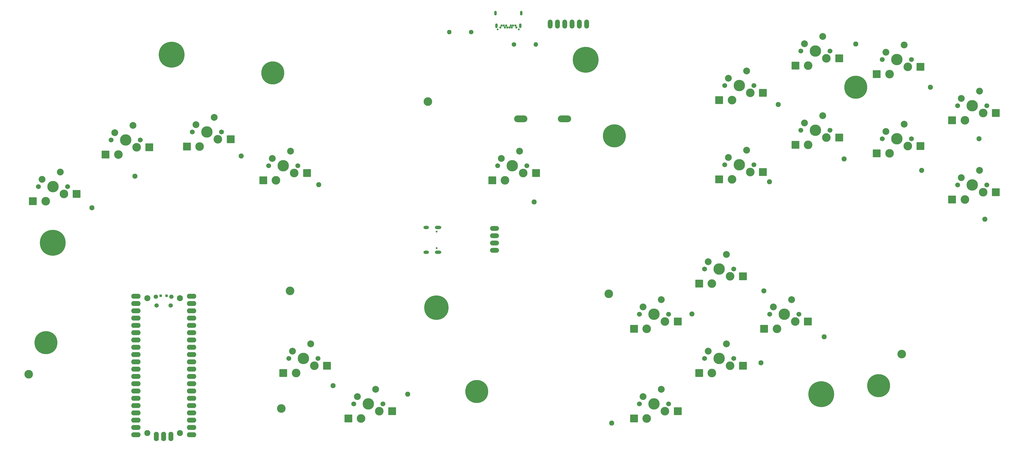
<source format=gbs>
%TF.GenerationSoftware,KiCad,Pcbnew,6.0.8-f2edbf62ab~116~ubuntu22.04.1*%
%TF.CreationDate,2022-10-10T20:20:36-06:00*%
%TF.ProjectId,OF1 v1,4f463120-7631-42e6-9b69-6361645f7063,rev?*%
%TF.SameCoordinates,Original*%
%TF.FileFunction,Soldermask,Bot*%
%TF.FilePolarity,Negative*%
%FSLAX46Y46*%
G04 Gerber Fmt 4.6, Leading zero omitted, Abs format (unit mm)*
G04 Created by KiCad (PCBNEW 6.0.8-f2edbf62ab~116~ubuntu22.04.1) date 2022-10-10 20:20:36*
%MOMM*%
%LPD*%
G01*
G04 APERTURE LIST*
G04 Aperture macros list*
%AMRoundRect*
0 Rectangle with rounded corners*
0 $1 Rounding radius*
0 $2 $3 $4 $5 $6 $7 $8 $9 X,Y pos of 4 corners*
0 Add a 4 corners polygon primitive as box body*
4,1,4,$2,$3,$4,$5,$6,$7,$8,$9,$2,$3,0*
0 Add four circle primitives for the rounded corners*
1,1,$1+$1,$2,$3*
1,1,$1+$1,$4,$5*
1,1,$1+$1,$6,$7*
1,1,$1+$1,$8,$9*
0 Add four rect primitives between the rounded corners*
20,1,$1+$1,$2,$3,$4,$5,0*
20,1,$1+$1,$4,$5,$6,$7,0*
20,1,$1+$1,$6,$7,$8,$9,0*
20,1,$1+$1,$8,$9,$2,$3,0*%
%AMFreePoly0*
4,1,17,0.425901,0.806901,0.806901,0.425901,0.825500,0.381000,0.825500,-0.381000,0.806901,-0.425901,0.425901,-0.806901,0.381000,-0.825500,-0.381000,-0.825500,-0.425901,-0.806901,-0.806901,-0.425901,-0.825500,-0.381000,-0.825500,0.381000,-0.806901,0.425901,-0.425901,0.806901,-0.381000,0.825500,0.381000,0.825500,0.425901,0.806901,0.425901,0.806901,$1*%
G04 Aperture macros list end*
%ADD10C,1.600000*%
%ADD11O,1.600000X1.600000*%
%ADD12O,3.175000X1.651000*%
%ADD13C,3.000000*%
%ADD14C,1.701800*%
%ADD15C,3.987800*%
%ADD16C,2.374900*%
%ADD17RoundRect,0.063500X1.275000X1.250000X-1.275000X1.250000X-1.275000X-1.250000X1.275000X-1.250000X0*%
%ADD18FreePoly0,0.000000*%
%ADD19O,4.622800X2.374900*%
%ADD20C,9.000000*%
%ADD21C,8.000000*%
%ADD22C,8.500000*%
%ADD23C,0.650000*%
%ADD24C,0.777000*%
%ADD25O,0.877000X1.627000*%
%ADD26C,1.500000*%
%ADD27C,2.100000*%
%ADD28O,3.327000X1.727000*%
%ADD29O,1.727000X3.327000*%
%ADD30RoundRect,0.063500X-0.400000X-0.400000X0.400000X-0.400000X0.400000X0.400000X-0.400000X0.400000X0*%
%ADD31O,2.227000X1.127000*%
%ADD32O,1.927000X1.127000*%
%ADD33O,1.651000X3.175000*%
G04 APERTURE END LIST*
D10*
%TO.C,R3*%
X134620000Y-35560000D03*
D11*
X127000000Y-35560000D03*
%TD*%
D10*
%TO.C,R1*%
X149534240Y-39919945D03*
D11*
X157154240Y-39919945D03*
%TD*%
D12*
%TO.C,J4*%
X142745065Y-111563600D03*
X142745065Y-109023600D03*
X142745065Y-106483600D03*
X142745065Y-103943600D03*
%TD*%
D13*
%TO.C,U$15*%
X280301100Y-77837600D03*
D14*
X287921100Y-72757600D03*
D15*
X282841100Y-72757600D03*
D13*
X286651100Y-75297600D03*
D14*
X277761100Y-72757600D03*
D16*
X279031100Y-70217600D03*
X285381100Y-67677600D03*
D17*
X291096100Y-75297600D03*
X275856100Y-77837600D03*
%TD*%
D18*
%TO.C,JP11*%
X264501100Y-79753600D03*
%TD*%
D15*
%TO.C,U$11*%
X282841100Y-45147600D03*
D13*
X286651100Y-47687600D03*
D14*
X277761100Y-45147600D03*
D13*
X280301100Y-50227600D03*
D14*
X287921100Y-45147600D03*
D16*
X279031100Y-42607600D03*
X285381100Y-40067600D03*
D17*
X291096100Y-47687600D03*
X275856100Y-50227600D03*
%TD*%
D18*
%TO.C,JP10*%
X238501100Y-87753600D03*
%TD*%
D15*
%TO.C,U$17*%
X220953100Y-118117600D03*
D13*
X224763100Y-120657600D03*
X218413100Y-123197600D03*
D14*
X215873100Y-118117600D03*
X226033100Y-118117600D03*
D16*
X217143100Y-115577600D03*
X223493100Y-113037600D03*
D17*
X229208100Y-120657600D03*
X213968100Y-123197600D03*
%TD*%
D18*
%TO.C,JP5*%
X81501100Y-88753600D03*
%TD*%
D15*
%TO.C,U$6*%
X76133100Y-149302600D03*
D14*
X81213100Y-149302600D03*
D13*
X79943100Y-151842600D03*
D14*
X71053100Y-149302600D03*
D13*
X73593100Y-154382600D03*
D16*
X72323100Y-146762600D03*
X78673100Y-144222600D03*
D17*
X84388100Y-151842600D03*
X69148100Y-154382600D03*
%TD*%
D19*
%TO.C,D1*%
X151881100Y-65753600D03*
X167121100Y-65753600D03*
%TD*%
D20*
%TO.C,@HOLE11*%
X174501100Y-45253600D03*
%TD*%
D21*
%TO.C,@HOLE8*%
X184501100Y-71753600D03*
%TD*%
D13*
%TO.C,@HOLE0*%
X68501100Y-166753600D03*
%TD*%
%TO.C,U$20*%
X224763100Y-151842600D03*
D15*
X220953100Y-149302600D03*
D13*
X218413100Y-154382600D03*
D14*
X215873100Y-149302600D03*
X226033100Y-149302600D03*
D16*
X217143100Y-146762600D03*
X223493100Y-144222600D03*
D17*
X229208100Y-151842600D03*
X213968100Y-154382600D03*
%TD*%
D18*
%TO.C,JP18*%
X211501100Y-133753600D03*
%TD*%
D21*
%TO.C,@HOLE9*%
X136501100Y-160753600D03*
%TD*%
D13*
%TO.C,U$10*%
X258296100Y-44712600D03*
X251946100Y-47252600D03*
D15*
X254486100Y-42172600D03*
D14*
X259566100Y-42172600D03*
X249406100Y-42172600D03*
D16*
X250676100Y-39632600D03*
X257026100Y-37092600D03*
D17*
X262741100Y-44712600D03*
X247501100Y-47252600D03*
%TD*%
D18*
%TO.C,JP6*%
X86501100Y-158753600D03*
%TD*%
D22*
%TO.C,@HOLE14*%
X122501100Y-131553600D03*
%TD*%
D18*
%TO.C,JP14*%
X311501100Y-72753600D03*
%TD*%
%TO.C,JP4*%
X54501100Y-78753600D03*
%TD*%
D15*
%TO.C,U$13*%
X227968100Y-81777600D03*
D14*
X222888100Y-81777600D03*
D13*
X225428100Y-86857600D03*
D14*
X233048100Y-81777600D03*
D13*
X231778100Y-84317600D03*
D16*
X224158100Y-79237600D03*
X230508100Y-76697600D03*
D17*
X236223100Y-84317600D03*
X220983100Y-86857600D03*
%TD*%
D18*
%TO.C,JP9*%
X241501100Y-60753600D03*
%TD*%
D23*
%TO.C,J2*%
X151168981Y-34593600D03*
X143818981Y-34593600D03*
D24*
X144768981Y-33943600D03*
X145168981Y-33243600D03*
X145968981Y-33243600D03*
X146368981Y-33943600D03*
X146768981Y-33243600D03*
X147168981Y-33943600D03*
X147968981Y-33943600D03*
X148368981Y-33243600D03*
X148768981Y-33943600D03*
X149168981Y-33243600D03*
X149968981Y-33243600D03*
X150368981Y-33943600D03*
D25*
X151698981Y-33343600D03*
X143438981Y-33343600D03*
X152058981Y-28953600D03*
X143078981Y-28953600D03*
%TD*%
D13*
%TO.C,U$1*%
X-13573900Y-94497600D03*
D15*
X-11033900Y-89417600D03*
D13*
X-7223900Y-91957600D03*
D14*
X-16113900Y-89417600D03*
X-5953900Y-89417600D03*
D16*
X-14843900Y-86877600D03*
X-8493900Y-84337600D03*
D17*
X-2778900Y-91957600D03*
X-18018900Y-94497600D03*
%TD*%
D15*
%TO.C,U$21*%
X198266100Y-165072600D03*
D14*
X193186100Y-165072600D03*
D13*
X195726100Y-170152600D03*
X202076100Y-167612600D03*
D14*
X203346100Y-165072600D03*
D16*
X194456100Y-162532600D03*
X200806100Y-159992600D03*
D17*
X206521100Y-167612600D03*
X191281100Y-170152600D03*
%TD*%
D18*
%TO.C,JP16*%
X291501100Y-83753600D03*
%TD*%
D14*
%TO.C,U$2*%
X19326100Y-73114600D03*
D13*
X18056100Y-75654600D03*
D14*
X9166100Y-73114600D03*
D15*
X14246100Y-73114600D03*
D13*
X11706100Y-78194600D03*
D16*
X10436100Y-70574600D03*
X16786100Y-68034600D03*
D17*
X22501100Y-75654600D03*
X7261100Y-78194600D03*
%TD*%
D14*
%TO.C,U$4*%
X47682100Y-70388600D03*
D15*
X42602100Y-70388600D03*
D13*
X46412100Y-72928600D03*
X40062100Y-75468600D03*
D14*
X37522100Y-70388600D03*
D16*
X38792100Y-67848600D03*
X45142100Y-65308600D03*
D17*
X50857100Y-72928600D03*
X35617100Y-75468600D03*
%TD*%
D20*
%TO.C,@HOLE13*%
X30301100Y-43453600D03*
%TD*%
D13*
%TO.C,@HOLE1*%
X284501100Y-147753600D03*
%TD*%
D18*
%TO.C,JP20*%
X235501100Y-150753600D03*
%TD*%
D13*
%TO.C,U$7*%
X102631100Y-167611600D03*
D14*
X93741100Y-165071600D03*
D13*
X96281100Y-170151600D03*
D15*
X98821100Y-165071600D03*
D14*
X103901100Y-165071600D03*
D16*
X95011100Y-162531600D03*
X101361100Y-159991600D03*
D17*
X107076100Y-167611600D03*
X91836100Y-170151600D03*
%TD*%
D18*
%TO.C,JP13*%
X294501100Y-54753600D03*
%TD*%
D15*
%TO.C,U$19*%
X243610100Y-133887600D03*
D13*
X247420100Y-136427600D03*
X241070100Y-138967600D03*
D14*
X248690100Y-133887600D03*
X238530100Y-133887600D03*
D16*
X239800100Y-131347600D03*
X246150100Y-128807600D03*
D17*
X251865100Y-136427600D03*
X236625100Y-138967600D03*
%TD*%
D18*
%TO.C,JP17*%
X236501100Y-125753600D03*
%TD*%
%TO.C,JP12*%
X268501100Y-39753600D03*
%TD*%
D13*
%TO.C,@HOLE2*%
X-19498900Y-154753600D03*
%TD*%
D26*
%TO.C,J1*%
X24776100Y-127753600D03*
D27*
X21801100Y-175253600D03*
X33201100Y-175253600D03*
D26*
X25076100Y-130783600D03*
X29926100Y-130783600D03*
D27*
X21801100Y-128253600D03*
D26*
X30226100Y-127753600D03*
D27*
X33201100Y-128253600D03*
D28*
X37191100Y-137783600D03*
X37191100Y-135243600D03*
X37191100Y-140323600D03*
X37191100Y-145403600D03*
X17811100Y-132703600D03*
X17811100Y-145403600D03*
X17811100Y-158103600D03*
X17811100Y-170803600D03*
D29*
X27501100Y-176453600D03*
D28*
X37191100Y-170803600D03*
X37191100Y-158103600D03*
X37191100Y-132703600D03*
X17811100Y-127623600D03*
X17811100Y-130163600D03*
X17811100Y-135243600D03*
X17811100Y-137783600D03*
X17811100Y-140323600D03*
X17811100Y-142863600D03*
X17811100Y-147943600D03*
X17811100Y-150483600D03*
X17811100Y-153023600D03*
X17811100Y-155563600D03*
X17811100Y-160643600D03*
X17811100Y-163183600D03*
X17811100Y-165723600D03*
X17811100Y-168263600D03*
X17811100Y-173343600D03*
X17811100Y-175883600D03*
X37191100Y-175883600D03*
X37191100Y-173343600D03*
X37191100Y-168263600D03*
X37191100Y-165723600D03*
X37191100Y-163183600D03*
X37191100Y-160643600D03*
X37191100Y-155563600D03*
X37191100Y-150483600D03*
X37191100Y-147943600D03*
X37191100Y-142863600D03*
X37191100Y-153023600D03*
D29*
X24961100Y-176453600D03*
X30041100Y-176453600D03*
D30*
X28501100Y-127453600D03*
X26501100Y-127453600D03*
D28*
X37191100Y-127623600D03*
X37191100Y-130163600D03*
%TD*%
D18*
%TO.C,JP15*%
X313501100Y-100753600D03*
%TD*%
D13*
%TO.C,@HOLE10*%
X119501100Y-59753600D03*
%TD*%
D20*
%TO.C,@HOLE15*%
X256501100Y-161753600D03*
%TD*%
D21*
%TO.C,@HOLE6*%
X-13498900Y-143753600D03*
%TD*%
D13*
%TO.C,@HOLE16*%
X71501100Y-125753600D03*
%TD*%
%TO.C,U$5*%
X72984100Y-84691600D03*
X66634100Y-87231600D03*
D14*
X64094100Y-82151600D03*
D15*
X69174100Y-82151600D03*
D14*
X74254100Y-82151600D03*
D16*
X65364100Y-79611600D03*
X71714100Y-77071600D03*
D17*
X77429100Y-84691600D03*
X62189100Y-87231600D03*
%TD*%
D14*
%TO.C,U$18*%
X203346100Y-133887600D03*
D13*
X202076100Y-136427600D03*
D14*
X193186100Y-133887600D03*
D15*
X198266100Y-133887600D03*
D13*
X195726100Y-138967600D03*
D16*
X194456100Y-131347600D03*
X200806100Y-128807600D03*
D17*
X206521100Y-136427600D03*
X191281100Y-138967600D03*
%TD*%
D13*
%TO.C,@HOLE3*%
X182501100Y-126753600D03*
%TD*%
D20*
%TO.C,@HOLE12*%
X-11098900Y-108953600D03*
%TD*%
D15*
%TO.C,U$16*%
X309064100Y-88793600D03*
D14*
X314144100Y-88793600D03*
X303984100Y-88793600D03*
D13*
X312874100Y-91333600D03*
X306524100Y-93873600D03*
D16*
X305254100Y-86253600D03*
X311604100Y-83713600D03*
D17*
X317319100Y-91333600D03*
X302079100Y-93873600D03*
%TD*%
D21*
%TO.C,@HOLE4*%
X268501100Y-54753600D03*
%TD*%
D18*
%TO.C,JP7*%
X112501100Y-161753600D03*
%TD*%
D23*
%TO.C,J5*%
X122579393Y-105081075D03*
X122579393Y-110861075D03*
D31*
X123079393Y-103651075D03*
D32*
X118899393Y-103651075D03*
D31*
X123079393Y-112291075D03*
D32*
X118899393Y-112291075D03*
%TD*%
D18*
%TO.C,JP2*%
X2501100Y-96753600D03*
%TD*%
%TO.C,JP8*%
X156501100Y-94753600D03*
%TD*%
D13*
%TO.C,U$12*%
X306524100Y-66263600D03*
D15*
X309064100Y-61183600D03*
D14*
X314144100Y-61183600D03*
D13*
X312874100Y-63723600D03*
D14*
X303984100Y-61183600D03*
D16*
X305254100Y-58643600D03*
X311604100Y-56103600D03*
D17*
X317319100Y-63723600D03*
X302079100Y-66263600D03*
%TD*%
D13*
%TO.C,U$9*%
X225428100Y-59248600D03*
D14*
X222888100Y-54168600D03*
D15*
X227968100Y-54168600D03*
D14*
X233048100Y-54168600D03*
D13*
X231778100Y-56708600D03*
D16*
X224158100Y-51628600D03*
X230508100Y-49088600D03*
D17*
X236223100Y-56708600D03*
X220983100Y-59248600D03*
%TD*%
D18*
%TO.C,JP21*%
X183501100Y-171753600D03*
%TD*%
D14*
%TO.C,U$14*%
X259566100Y-69782600D03*
D13*
X251946100Y-74862600D03*
X258296100Y-72322600D03*
D14*
X249406100Y-69782600D03*
D15*
X254486100Y-69782600D03*
D16*
X250676100Y-67242600D03*
X257026100Y-64702600D03*
D17*
X262741100Y-72322600D03*
X247501100Y-74862600D03*
%TD*%
D18*
%TO.C,JP19*%
X257501100Y-141753600D03*
%TD*%
D33*
%TO.C,J3*%
X162151100Y-32753600D03*
X164691100Y-32753600D03*
X167231100Y-32753600D03*
X169771100Y-32753600D03*
X172311100Y-32753600D03*
X174851100Y-32753600D03*
%TD*%
D21*
%TO.C,@HOLE5*%
X276501100Y-158753600D03*
%TD*%
%TO.C,@HOLE7*%
X65501100Y-49753600D03*
%TD*%
D18*
%TO.C,JP3*%
X17501100Y-85753600D03*
%TD*%
D14*
%TO.C,U$8*%
X153986100Y-82151600D03*
X143826100Y-82151600D03*
D13*
X152716100Y-84691600D03*
D15*
X148906100Y-82151600D03*
D13*
X146366100Y-87231600D03*
D16*
X145096100Y-79611600D03*
X151446100Y-77071600D03*
D17*
X157161100Y-84691600D03*
X141921100Y-87231600D03*
%TD*%
M02*

</source>
